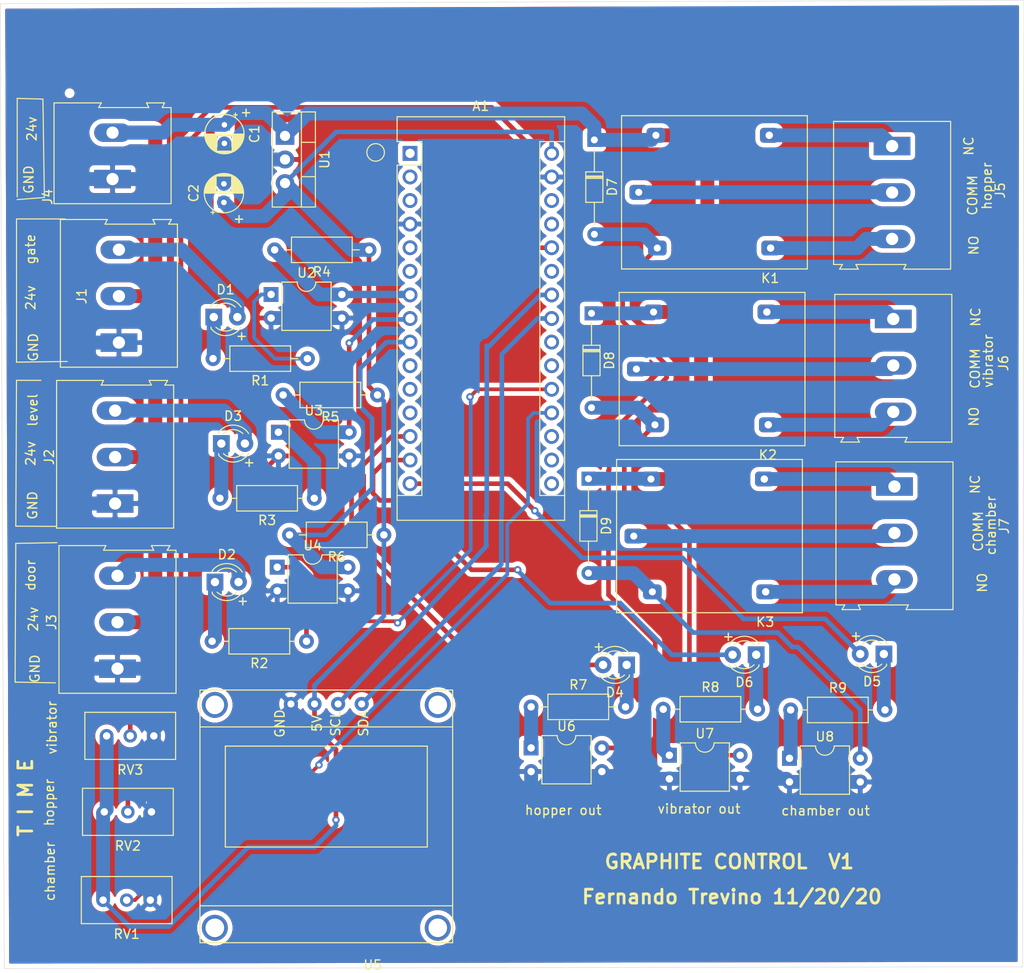
<source format=kicad_pcb>
(kicad_pcb (version 20171130) (host pcbnew "(5.1.6)-1")
  (layers (0 F.Cu signal) (31 B.Cu signal) (34 B.Paste user) (35 F.Paste user) (36 B.SilkS user) (37 F.SilkS user) (38 B.Mask user) (39 F.Mask user) (44 Edge.Cuts user))
  (net 0 "")
  (net 1 "Net-(A1-Pad1)")
  (net 2 "Net-(A1-Pad17)")
  (net 3 "Net-(A1-Pad2)")
  (net 4 "Net-(A1-Pad18)")
  (net 5 "Net-(A1-Pad3)")
  (net 6 Ao)
  (net 7 GND)
  (net 8 A1)
  (net 9 "Net-(A1-Pad5)")
  (net 10 "Net-(A1-Pad21)")
  (net 11 "Net-(A1-Pad6)")
  (net 12 "Net-(A1-Pad22)")
  (net 13 gate_hopper)
  (net 14 A4)
  (net 15 level_chamber)
  (net 16 A5)
  (net 17 safety_doors)
  (net 18 "Net-(A1-Pad25)")
  (net 19 "Net-(A1-Pad10)")
  (net 20 A7)
  (net 21 "Net-(A1-Pad11)")
  (net 22 "Net-(A1-Pad27)")
  (net 23 "Net-(A1-Pad12)")
  (net 24 "Net-(A1-Pad28)")
  (net 25 out_hopper)
  (net 26 out_vibrator)
  (net 27 +5vdc)
  (net 28 out_chamber)
  (net 29 "Net-(A1-Pad16)")
  (net 30 +24vdc)
  (net 31 "Net-(D1-Pad2)")
  (net 32 "Net-(D1-Pad1)")
  (net 33 "Net-(D2-Pad2)")
  (net 34 "Net-(D2-Pad1)")
  (net 35 "Net-(D3-Pad1)")
  (net 36 "Net-(D3-Pad2)")
  (net 37 "Net-(D4-Pad1)")
  (net 38 "Net-(D5-Pad1)")
  (net 39 "Net-(D6-Pad1)")
  (net 40 "Net-(D7-Pad2)")
  (net 41 "Net-(D8-Pad2)")
  (net 42 "Net-(D9-Pad2)")
  (net 43 "Net-(J5-Pad3)")
  (net 44 "Net-(J5-Pad2)")
  (net 45 "Net-(J5-Pad1)")
  (net 46 "Net-(J6-Pad3)")
  (net 47 "Net-(J6-Pad2)")
  (net 48 "Net-(J6-Pad1)")
  (net 49 "Net-(J7-Pad1)")
  (net 50 "Net-(J7-Pad2)")
  (net 51 "Net-(J7-Pad3)")
  (net 52 "Net-(R1-Pad1)")
  (net 53 "Net-(R2-Pad1)")
  (net 54 "Net-(R3-Pad1)")
  (net 55 "Net-(R7-Pad1)")
  (net 56 "Net-(R8-Pad1)")
  (net 57 "Net-(R9-Pad1)")
  (module conectores:TerminalBlock_Altech_AK300-2_P5.00mm (layer F.Cu) (at 43.434 41.8338 90)
    (fp_text reference J4 (at -1.92 -6.99 90) (layer F.SilkS))
    (fp_text value Screw_Terminal_01x02)
    (pad 2 thru_hole oval (at 5 0 90) (size 1.98 3.96) (drill 1.32) (layers *.Cu *.Mask) (net 30 +24vdc))
    (pad 1 thru_hole rect (at 0 0 90) (size 1.98 3.96) (drill 1.32) (layers *.Cu *.Mask) (net 7 GND))
  )
  (module ssd1306128x64:ssd1306128x64 (layer F.Cu) (at 66.4464 110.4392)
    (fp_text reference U5 (at 5 16) (layer F.SilkS))
    (fp_text value ssd1306128x64)
    (fp_text user SDA (at 4 -10 90) (layer F.SilkS))
    (fp_text user SCL (at 1 -10 90) (layer F.SilkS))
    (fp_text user 5V (at -1 -10 90) (layer F.SilkS))
    (fp_text user GND (at -5 -10 90) (layer F.SilkS))
    (pad "" thru_hole circle (at -12 12) (size 2.8 2.8) (drill 2) (layers *.Cu *.Mask))
    (pad "" thru_hole circle (at 12 12) (size 2.8 2.8) (drill 2) (layers *.Cu *.Mask))
    (pad "" thru_hole circle (at 12 -12) (size 2.8 2.8) (drill 2) (layers *.Cu *.Mask))
    (pad "" thru_hole circle (at -12 -12) (size 2.8 2.8) (drill 2) (layers *.Cu *.Mask))
    (pad 4 thru_hole circle (at 3.81 -12.1) (size 1.524 1.524) (drill 0.762) (layers *.Cu *.Mask) (net 14 A4))
    (pad 3 thru_hole circle (at 1.27 -12.1) (size 1.524 1.524) (drill 0.762) (layers *.Cu *.Mask) (net 16 A5))
    (pad 2 thru_hole circle (at -1.27 -12.1) (size 1.524 1.524) (drill 0.762) (layers *.Cu *.Mask) (net 27 +5vdc))
    (pad 1 thru_hole circle (at -3.81 -12.1) (size 1.524 1.524) (drill 0.762) (layers *.Cu *.Mask) (net 7 GND))
  )
  (module Module:Arduino_Nano (layer F.Cu) (at 75.4634 39.0652)
    (fp_text reference A1 (at 7.62 -5.08) (layer F.SilkS))
    (fp_text value Arduino_Nano_v3.x)
    (pad 16 thru_hole oval (at 15.24 35.56) (size 1.6 1.6) (drill 1) (layers *.Cu *.Mask) (net 29 "Net-(A1-Pad16)"))
    (pad 15 thru_hole oval (at 0 35.56) (size 1.6 1.6) (drill 1) (layers *.Cu *.Mask) (net 28 out_chamber))
    (pad 30 thru_hole oval (at 15.24 0) (size 1.6 1.6) (drill 1) (layers *.Cu *.Mask) (net 27 +5vdc))
    (pad 14 thru_hole oval (at 0 33.02) (size 1.6 1.6) (drill 1) (layers *.Cu *.Mask) (net 26 out_vibrator))
    (pad 29 thru_hole oval (at 15.24 2.54) (size 1.6 1.6) (drill 1) (layers *.Cu *.Mask) (net 7 GND))
    (pad 13 thru_hole oval (at 0 30.48) (size 1.6 1.6) (drill 1) (layers *.Cu *.Mask) (net 25 out_hopper))
    (pad 28 thru_hole oval (at 15.24 5.08) (size 1.6 1.6) (drill 1) (layers *.Cu *.Mask) (net 24 "Net-(A1-Pad28)"))
    (pad 12 thru_hole oval (at 0 27.94) (size 1.6 1.6) (drill 1) (layers *.Cu *.Mask) (net 23 "Net-(A1-Pad12)"))
    (pad 27 thru_hole oval (at 15.24 7.62) (size 1.6 1.6) (drill 1) (layers *.Cu *.Mask) (net 22 "Net-(A1-Pad27)"))
    (pad 11 thru_hole oval (at 0 25.4) (size 1.6 1.6) (drill 1) (layers *.Cu *.Mask) (net 21 "Net-(A1-Pad11)"))
    (pad 26 thru_hole oval (at 15.24 10.16) (size 1.6 1.6) (drill 1) (layers *.Cu *.Mask) (net 20 A7))
    (pad 10 thru_hole oval (at 0 22.86) (size 1.6 1.6) (drill 1) (layers *.Cu *.Mask) (net 19 "Net-(A1-Pad10)"))
    (pad 25 thru_hole oval (at 15.24 12.7) (size 1.6 1.6) (drill 1) (layers *.Cu *.Mask) (net 18 "Net-(A1-Pad25)"))
    (pad 9 thru_hole oval (at 0 20.32) (size 1.6 1.6) (drill 1) (layers *.Cu *.Mask) (net 17 safety_doors))
    (pad 24 thru_hole oval (at 15.24 15.24) (size 1.6 1.6) (drill 1) (layers *.Cu *.Mask) (net 16 A5))
    (pad 8 thru_hole oval (at 0 17.78) (size 1.6 1.6) (drill 1) (layers *.Cu *.Mask) (net 15 level_chamber))
    (pad 23 thru_hole oval (at 15.24 17.78) (size 1.6 1.6) (drill 1) (layers *.Cu *.Mask) (net 14 A4))
    (pad 7 thru_hole oval (at 0 15.24) (size 1.6 1.6) (drill 1) (layers *.Cu *.Mask) (net 13 gate_hopper))
    (pad 22 thru_hole oval (at 15.24 20.32) (size 1.6 1.6) (drill 1) (layers *.Cu *.Mask) (net 12 "Net-(A1-Pad22)"))
    (pad 6 thru_hole oval (at 0 12.7) (size 1.6 1.6) (drill 1) (layers *.Cu *.Mask) (net 11 "Net-(A1-Pad6)"))
    (pad 21 thru_hole oval (at 15.24 22.86) (size 1.6 1.6) (drill 1) (layers *.Cu *.Mask) (net 10 "Net-(A1-Pad21)"))
    (pad 5 thru_hole oval (at 0 10.16) (size 1.6 1.6) (drill 1) (layers *.Cu *.Mask) (net 9 "Net-(A1-Pad5)"))
    (pad 20 thru_hole oval (at 15.24 25.4) (size 1.6 1.6) (drill 1) (layers *.Cu *.Mask) (net 8 A1))
    (pad 4 thru_hole oval (at 0 7.62) (size 1.6 1.6) (drill 1) (layers *.Cu *.Mask) (net 7 GND))
    (pad 19 thru_hole oval (at 15.24 27.94) (size 1.6 1.6) (drill 1) (layers *.Cu *.Mask) (net 6 Ao))
    (pad 3 thru_hole oval (at 0 5.08) (size 1.6 1.6) (drill 1) (layers *.Cu *.Mask) (net 5 "Net-(A1-Pad3)"))
    (pad 18 thru_hole oval (at 15.24 30.48) (size 1.6 1.6) (drill 1) (layers *.Cu *.Mask) (net 4 "Net-(A1-Pad18)"))
    (pad 2 thru_hole oval (at 0 2.54) (size 1.6 1.6) (drill 1) (layers *.Cu *.Mask) (net 3 "Net-(A1-Pad2)"))
    (pad 17 thru_hole oval (at 15.24 33.02) (size 1.6 1.6) (drill 1) (layers *.Cu *.Mask) (net 2 "Net-(A1-Pad17)"))
    (pad 1 thru_hole rect (at 0 0) (size 1.6 1.6) (drill 1) (layers *.Cu *.Mask) (net 1 "Net-(A1-Pad1)"))
  )
  (module conectores:TerminalBlock_Altech_AK300-3_P5.00mm (layer F.Cu) (at 44.1198 59.436 90)
    (fp_text reference J1 (at 5 -4 90) (layer F.SilkS))
    (fp_text value Screw_Terminal_01x03)
    (pad 3 thru_hole oval (at 10 0 90) (size 1.98 3.96) (drill 1.32) (layers *.Cu *.Mask) (net 31 "Net-(D1-Pad2)"))
    (pad 2 thru_hole oval (at 5 0 90) (size 1.98 3.96) (drill 1.32) (layers *.Cu *.Mask) (net 30 +24vdc))
    (pad 1 thru_hole rect (at 0 0 90) (size 1.98 3.96) (drill 1.32) (layers *.Cu *.Mask) (net 7 GND))
  )
  (module conectores:TerminalBlock_Altech_AK300-3_P5.00mm (layer F.Cu) (at 127.3556 38.2778 270)
    (fp_text reference J5 (at 4.7752 -11.6332 90) (layer F.SilkS))
    (fp_text value Screw_Terminal_01x03)
    (pad 3 thru_hole oval (at 10 0 270) (size 1.98 3.96) (drill 1.32) (layers *.Cu *.Mask) (net 43 "Net-(J5-Pad3)"))
    (pad 2 thru_hole oval (at 5 0 270) (size 1.98 3.96) (drill 1.32) (layers *.Cu *.Mask) (net 44 "Net-(J5-Pad2)"))
    (pad 1 thru_hole rect (at 0 0 270) (size 1.98 3.96) (drill 1.32) (layers *.Cu *.Mask) (net 45 "Net-(J5-Pad1)"))
  )
  (module conectores:TerminalBlock_Altech_AK300-3_P5.00mm (layer F.Cu) (at 43.7134 76.7588 90)
    (fp_text reference J2 (at 5 -7.1 90) (layer F.SilkS))
    (fp_text value Screw_Terminal_01x03)
    (pad 3 thru_hole oval (at 10 0 90) (size 1.98 3.96) (drill 1.32) (layers *.Cu *.Mask) (net 36 "Net-(D3-Pad2)"))
    (pad 2 thru_hole oval (at 5 0 90) (size 1.98 3.96) (drill 1.32) (layers *.Cu *.Mask) (net 30 +24vdc))
    (pad 1 thru_hole rect (at 0 0 90) (size 1.98 3.96) (drill 1.32) (layers *.Cu *.Mask) (net 7 GND))
  )
  (module conectores:TerminalBlock_Altech_AK300-3_P5.00mm (layer F.Cu) (at 43.9674 94.5388 90)
    (fp_text reference J3 (at 5 -7.1 90) (layer F.SilkS))
    (fp_text value Screw_Terminal_01x03)
    (pad 3 thru_hole oval (at 10 0 90) (size 1.98 3.96) (drill 1.32) (layers *.Cu *.Mask) (net 33 "Net-(D2-Pad2)"))
    (pad 2 thru_hole oval (at 5 0 90) (size 1.98 3.96) (drill 1.32) (layers *.Cu *.Mask) (net 30 +24vdc))
    (pad 1 thru_hole rect (at 0 0 90) (size 1.98 3.96) (drill 1.32) (layers *.Cu *.Mask) (net 7 GND))
  )
  (module conectores:TerminalBlock_Altech_AK300-3_P5.00mm (layer F.Cu) (at 127.4826 56.896 270)
    (fp_text reference J6 (at 4.7498 -11.8618 90) (layer F.SilkS))
    (fp_text value Screw_Terminal_01x03)
    (pad 3 thru_hole oval (at 10 0 270) (size 1.98 3.96) (drill 1.32) (layers *.Cu *.Mask) (net 46 "Net-(J6-Pad3)"))
    (pad 2 thru_hole oval (at 5 0 270) (size 1.98 3.96) (drill 1.32) (layers *.Cu *.Mask) (net 47 "Net-(J6-Pad2)"))
    (pad 1 thru_hole rect (at 0 0 270) (size 1.98 3.96) (drill 1.32) (layers *.Cu *.Mask) (net 48 "Net-(J6-Pad1)"))
  )
  (module conectores:TerminalBlock_Altech_AK300-3_P5.00mm (layer F.Cu) (at 127.6096 74.93 270)
    (fp_text reference J7 (at 4.2672 -11.811 90) (layer F.SilkS))
    (fp_text value Screw_Terminal_01x03)
    (pad 3 thru_hole oval (at 10 0 270) (size 1.98 3.96) (drill 1.32) (layers *.Cu *.Mask) (net 51 "Net-(J7-Pad3)"))
    (pad 2 thru_hole oval (at 5 0 270) (size 1.98 3.96) (drill 1.32) (layers *.Cu *.Mask) (net 50 "Net-(J7-Pad2)"))
    (pad 1 thru_hole rect (at 0 0 270) (size 1.98 3.96) (drill 1.32) (layers *.Cu *.Mask) (net 49 "Net-(J7-Pad1)"))
  )
  (module miscelaneus:led (layer F.Cu) (at 54.3306 56.6928)
    (fp_text reference D1 (at 1.27 -2.96) (layer F.SilkS))
    (fp_text value LED)
    (fp_text user + (at 3 2) (layer F.SilkS))
    (pad 2 thru_hole circle (at 2.54 0) (size 1.8 1.8) (drill 0.9) (layers *.Cu *.Mask) (net 31 "Net-(D1-Pad2)"))
    (pad 1 thru_hole rect (at 0 0) (size 1.8 1.8) (drill 0.9) (layers *.Cu *.Mask) (net 32 "Net-(D1-Pad1)"))
  )
  (module miscelaneus:led (layer F.Cu) (at 54.4576 85.217)
    (fp_text reference D2 (at 1.27 -2.96) (layer F.SilkS))
    (fp_text value LED)
    (fp_text user + (at 3 2) (layer F.SilkS))
    (pad 2 thru_hole circle (at 2.54 0) (size 1.8 1.8) (drill 0.9) (layers *.Cu *.Mask) (net 33 "Net-(D2-Pad2)"))
    (pad 1 thru_hole rect (at 0 0) (size 1.8 1.8) (drill 0.9) (layers *.Cu *.Mask) (net 34 "Net-(D2-Pad1)"))
  )
  (module miscelaneus:led (layer F.Cu) (at 55.1434 70.3072)
    (fp_text reference D3 (at 1.27 -2.96) (layer F.SilkS))
    (fp_text value LED)
    (fp_text user + (at 3 2) (layer F.SilkS))
    (pad 2 thru_hole circle (at 2.54 0) (size 1.8 1.8) (drill 0.9) (layers *.Cu *.Mask) (net 36 "Net-(D3-Pad2)"))
    (pad 1 thru_hole rect (at 0 0) (size 1.8 1.8) (drill 0.9) (layers *.Cu *.Mask) (net 35 "Net-(D3-Pad1)"))
  )
  (module miscelaneus:led (layer F.Cu) (at 98.7806 94.1324 180)
    (fp_text reference D4 (at 1.27 -2.96) (layer F.SilkS))
    (fp_text value LED)
    (fp_text user + (at 3 2) (layer F.SilkS))
    (pad 2 thru_hole circle (at 2.54 0 180) (size 1.8 1.8) (drill 0.9) (layers *.Cu *.Mask) (net 25 out_hopper))
    (pad 1 thru_hole rect (at 0 0 180) (size 1.8 1.8) (drill 0.9) (layers *.Cu *.Mask) (net 37 "Net-(D4-Pad1)"))
  )
  (module miscelaneus:led (layer F.Cu) (at 126.4666 92.964 180)
    (fp_text reference D5 (at 1.27 -2.96) (layer F.SilkS))
    (fp_text value LED)
    (fp_text user + (at 3 2) (layer F.SilkS))
    (pad 2 thru_hole circle (at 2.54 0 180) (size 1.8 1.8) (drill 0.9) (layers *.Cu *.Mask) (net 28 out_chamber))
    (pad 1 thru_hole rect (at 0 0 180) (size 1.8 1.8) (drill 0.9) (layers *.Cu *.Mask) (net 38 "Net-(D5-Pad1)"))
  )
  (module miscelaneus:led (layer F.Cu) (at 112.7252 93.0402 180)
    (fp_text reference D6 (at 1.27 -2.96) (layer F.SilkS))
    (fp_text value LED)
    (fp_text user + (at 3 2) (layer F.SilkS))
    (pad 2 thru_hole circle (at 2.54 0 180) (size 1.8 1.8) (drill 0.9) (layers *.Cu *.Mask) (net 26 out_vibrator))
    (pad 1 thru_hole rect (at 0 0 180) (size 1.8 1.8) (drill 0.9) (layers *.Cu *.Mask) (net 39 "Net-(D6-Pad1)"))
  )
  (module srd24:srd24 (layer F.Cu) (at 108.2294 43.5102)
    (fp_text reference K1 (at 6 9) (layer F.SilkS))
    (fp_text value srd24)
    (pad 2 thru_hole roundrect (at -6.15 5.75) (size 2 1.6) (drill 0.762) (layers *.Cu *.Mask) (net 40 "Net-(D7-Pad2)"))
    (pad 5 thru_hole roundrect (at 6.05 5.75) (size 2 1.6) (drill 0.8) (layers *.Cu *.Mask) (net 43 "Net-(J5-Pad3)"))
    (pad 3 thru_hole roundrect (at 5.9 -6.39) (size 2 1.6) (drill 0.8) (layers *.Cu *.Mask) (net 45 "Net-(J5-Pad1)"))
    (pad 1 thru_hole roundrect (at -6.3 -6.39) (size 2 1.6) (drill 0.762) (layers *.Cu *.Mask) (net 30 +24vdc))
    (pad 4 thru_hole roundrect (at -8.15 -0.25) (size 2 1.6) (drill 0.762) (layers *.Cu *.Mask) (net 44 "Net-(J5-Pad2)"))
  )
  (module srd24:srd24 (layer F.Cu) (at 107.9754 62.5348)
    (fp_text reference K2 (at 6 9) (layer F.SilkS))
    (fp_text value srd24)
    (pad 2 thru_hole roundrect (at -6.15 5.75) (size 2 1.6) (drill 0.762) (layers *.Cu *.Mask) (net 41 "Net-(D8-Pad2)"))
    (pad 5 thru_hole roundrect (at 6.05 5.75) (size 2 1.6) (drill 0.8) (layers *.Cu *.Mask) (net 46 "Net-(J6-Pad3)"))
    (pad 3 thru_hole roundrect (at 5.9 -6.39) (size 2 1.6) (drill 0.8) (layers *.Cu *.Mask) (net 48 "Net-(J6-Pad1)"))
    (pad 1 thru_hole roundrect (at -6.3 -6.39) (size 2 1.6) (drill 0.762) (layers *.Cu *.Mask) (net 30 +24vdc))
    (pad 4 thru_hole roundrect (at -8.15 -0.25) (size 2 1.6) (drill 0.762) (layers *.Cu *.Mask) (net 47 "Net-(J6-Pad2)"))
  )
  (module srd24:srd24 (layer F.Cu) (at 107.696 80.518)
    (fp_text reference K3 (at 6 9) (layer F.SilkS))
    (fp_text value srd24)
    (pad 2 thru_hole roundrect (at -6.15 5.75) (size 2 1.6) (drill 0.762) (layers *.Cu *.Mask) (net 42 "Net-(D9-Pad2)"))
    (pad 5 thru_hole roundrect (at 6.05 5.75) (size 2 1.6) (drill 0.8) (layers *.Cu *.Mask) (net 51 "Net-(J7-Pad3)"))
    (pad 3 thru_hole roundrect (at 5.9 -6.39) (size 2 1.6) (drill 0.8) (layers *.Cu *.Mask) (net 49 "Net-(J7-Pad1)"))
    (pad 1 thru_hole roundrect (at -6.3 -6.39) (size 2 1.6) (drill 0.762) (layers *.Cu *.Mask) (net 30 +24vdc))
    (pad 4 thru_hole roundrect (at -8.15 -0.25) (size 2 1.6) (drill 0.762) (layers *.Cu *.Mask) (net 50 "Net-(J7-Pad2)"))
  )
  (module capacitores:capacitor (layer F.Cu) (at 55.4736 35.9918 270)
    (fp_text reference C1 (at 1 -3.25 90) (layer F.SilkS))
    (fp_text value CP)
    (pad 2 thru_hole circle (at 2 0 270) (size 1.2 1.2) (drill 0.6) (layers *.Cu *.Mask) (net 7 GND))
    (pad 1 thru_hole rect (at 0 0 270) (size 1.2 1.2) (drill 0.6) (layers *.Cu *.Mask) (net 30 +24vdc))
  )
  (module capacitores:capacitor (layer F.Cu) (at 55.4228 44.3484 90)
    (fp_text reference C2 (at 1 -3.25 90) (layer F.SilkS))
    (fp_text value CP)
    (pad 2 thru_hole circle (at 2 0 90) (size 1.2 1.2) (drill 0.6) (layers *.Cu *.Mask) (net 7 GND))
    (pad 1 thru_hole rect (at 0 0 90) (size 1.2 1.2) (drill 0.6) (layers *.Cu *.Mask) (net 27 +5vdc))
  )
  (module miscelaneus:diode (layer F.Cu) (at 95.3008 37.6174 270)
    (fp_text reference D7 (at 5.08 -1.92 90) (layer F.SilkS))
    (fp_text value D)
    (pad 2 thru_hole oval (at 10.16 0 270) (size 1.5 1.5) (drill 0.75) (layers *.Cu *.Mask) (net 40 "Net-(D7-Pad2)"))
    (pad 1 thru_hole rect (at 0 0 270) (size 1.5 1.5) (drill 0.75) (layers *.Cu *.Mask) (net 30 +24vdc))
  )
  (module miscelaneus:diode (layer F.Cu) (at 94.996 56.2864 270)
    (fp_text reference D8 (at 5.08 -1.92 90) (layer F.SilkS))
    (fp_text value D)
    (pad 2 thru_hole oval (at 10.16 0 270) (size 1.5 1.5) (drill 0.75) (layers *.Cu *.Mask) (net 41 "Net-(D8-Pad2)"))
    (pad 1 thru_hole rect (at 0 0 270) (size 1.5 1.5) (drill 0.75) (layers *.Cu *.Mask) (net 30 +24vdc))
  )
  (module miscelaneus:diode (layer F.Cu) (at 94.6658 74.0918 270)
    (fp_text reference D9 (at 5.08 -1.92 90) (layer F.SilkS))
    (fp_text value D)
    (pad 2 thru_hole oval (at 10.16 0 270) (size 1.5 1.5) (drill 0.75) (layers *.Cu *.Mask) (net 42 "Net-(D9-Pad2)"))
    (pad 1 thru_hole rect (at 0 0 270) (size 1.5 1.5) (drill 0.75) (layers *.Cu *.Mask) (net 30 +24vdc))
  )
  (module miscelaneus:resistor (layer F.Cu) (at 64.4144 61.1632 180)
    (fp_text reference R1 (at 5.08 -2.37) (layer F.SilkS))
    (fp_text value 10k)
    (pad 2 thru_hole oval (at 10.16 0 180) (size 1.6 1.6) (drill 0.8) (layers *.Cu *.Mask) (net 32 "Net-(D1-Pad1)"))
    (pad 1 thru_hole circle (at 0 0 180) (size 1.6 1.6) (drill 0.8) (layers *.Cu *.Mask) (net 52 "Net-(R1-Pad1)"))
  )
  (module miscelaneus:resistor (layer F.Cu) (at 64.3128 91.5924 180)
    (fp_text reference R2 (at 5.08 -2.37) (layer F.SilkS))
    (fp_text value 10k)
    (pad 2 thru_hole oval (at 10.16 0 180) (size 1.6 1.6) (drill 0.8) (layers *.Cu *.Mask) (net 34 "Net-(D2-Pad1)"))
    (pad 1 thru_hole circle (at 0 0 180) (size 1.6 1.6) (drill 0.8) (layers *.Cu *.Mask) (net 53 "Net-(R2-Pad1)"))
  )
  (module miscelaneus:resistor (layer F.Cu) (at 65.151 76.2 180)
    (fp_text reference R3 (at 5.08 -2.37) (layer F.SilkS))
    (fp_text value 10k)
    (pad 2 thru_hole oval (at 10.16 0 180) (size 1.6 1.6) (drill 0.8) (layers *.Cu *.Mask) (net 35 "Net-(D3-Pad1)"))
    (pad 1 thru_hole circle (at 0 0 180) (size 1.6 1.6) (drill 0.8) (layers *.Cu *.Mask) (net 54 "Net-(R3-Pad1)"))
  )
  (module miscelaneus:resistor (layer F.Cu) (at 71.0438 49.4538 180)
    (fp_text reference R4 (at 5.08 -2.37) (layer F.SilkS))
    (fp_text value 1k)
    (pad 2 thru_hole oval (at 10.16 0 180) (size 1.6 1.6) (drill 0.8) (layers *.Cu *.Mask) (net 13 gate_hopper))
    (pad 1 thru_hole circle (at 0 0 180) (size 1.6 1.6) (drill 0.8) (layers *.Cu *.Mask) (net 27 +5vdc))
  )
  (module miscelaneus:resistor (layer F.Cu) (at 71.9582 65.0748 180)
    (fp_text reference R5 (at 5.08 -2.37) (layer F.SilkS))
    (fp_text value 1k)
    (pad 2 thru_hole oval (at 10.16 0 180) (size 1.6 1.6) (drill 0.8) (layers *.Cu *.Mask) (net 15 level_chamber))
    (pad 1 thru_hole circle (at 0 0 180) (size 1.6 1.6) (drill 0.8) (layers *.Cu *.Mask) (net 27 +5vdc))
  )
  (module miscelaneus:resistor (layer F.Cu) (at 72.644 80.137 180)
    (fp_text reference R6 (at 5.08 -2.37) (layer F.SilkS))
    (fp_text value 1k)
    (pad 2 thru_hole oval (at 10.16 0 180) (size 1.6 1.6) (drill 0.8) (layers *.Cu *.Mask) (net 17 safety_doors))
    (pad 1 thru_hole circle (at 0 0 180) (size 1.6 1.6) (drill 0.8) (layers *.Cu *.Mask) (net 27 +5vdc))
  )
  (module miscelaneus:resistor (layer F.Cu) (at 88.4936 98.6536)
    (fp_text reference R7 (at 5.08 -2.37) (layer F.SilkS))
    (fp_text value 10k)
    (pad 2 thru_hole oval (at 10.16 0) (size 1.6 1.6) (drill 0.8) (layers *.Cu *.Mask) (net 37 "Net-(D4-Pad1)"))
    (pad 1 thru_hole circle (at 0 0) (size 1.6 1.6) (drill 0.8) (layers *.Cu *.Mask) (net 55 "Net-(R7-Pad1)"))
  )
  (module miscelaneus:resistor (layer F.Cu) (at 102.7176 98.9076)
    (fp_text reference R8 (at 5.08 -2.37) (layer F.SilkS))
    (fp_text value 10k)
    (pad 2 thru_hole oval (at 10.16 0) (size 1.6 1.6) (drill 0.8) (layers *.Cu *.Mask) (net 39 "Net-(D6-Pad1)"))
    (pad 1 thru_hole circle (at 0 0) (size 1.6 1.6) (drill 0.8) (layers *.Cu *.Mask) (net 56 "Net-(R8-Pad1)"))
  )
  (module miscelaneus:resistor (layer F.Cu) (at 116.4336 98.9838)
    (fp_text reference R9 (at 5.08 -2.37) (layer F.SilkS))
    (fp_text value 10k)
    (pad 2 thru_hole oval (at 10.16 0) (size 1.6 1.6) (drill 0.8) (layers *.Cu *.Mask) (net 38 "Net-(D5-Pad1)"))
    (pad 1 thru_hole circle (at 0 0) (size 1.6 1.6) (drill 0.8) (layers *.Cu *.Mask) (net 57 "Net-(R9-Pad1)"))
  )
  (module miscelaneus:potensiometro (layer F.Cu) (at 42.418 119.4562 180)
    (fp_text reference RV1 (at -2.54 -3.66) (layer F.SilkS))
    (fp_text value 1k)
    (pad 3 thru_hole circle (at -5.08 0 180) (size 1.44 1.44) (drill 0.8) (layers *.Cu *.Mask) (net 7 GND))
    (pad 2 thru_hole circle (at -2.54 0 180) (size 1.44 1.44) (drill 0.8) (layers *.Cu *.Mask) (net 6 Ao))
    (pad 1 thru_hole circle (at 0 0 180) (size 1.44 1.44) (drill 0.8) (layers *.Cu *.Mask) (net 27 +5vdc))
  )
  (module miscelaneus:potensiometro (layer F.Cu) (at 42.545 109.9566 180)
    (fp_text reference RV2 (at -2.54 -3.66) (layer F.SilkS))
    (fp_text value 1k)
    (pad 3 thru_hole circle (at -5.08 0 180) (size 1.44 1.44) (drill 0.8) (layers *.Cu *.Mask) (net 7 GND))
    (pad 2 thru_hole circle (at -2.54 0 180) (size 1.44 1.44) (drill 0.8) (layers *.Cu *.Mask) (net 8 A1))
    (pad 1 thru_hole circle (at 0 0 180) (size 1.44 1.44) (drill 0.8) (layers *.Cu *.Mask) (net 27 +5vdc))
  )
  (module miscelaneus:potensiometro (layer F.Cu) (at 42.799 101.7778 180)
    (fp_text reference RV3 (at -2.54 -3.66) (layer F.SilkS))
    (fp_text value 1k)
    (pad 3 thru_hole circle (at -5.08 0 180) (size 1.44 1.44) (drill 0.8) (layers *.Cu *.Mask) (net 7 GND))
    (pad 2 thru_hole circle (at -2.54 0 180) (size 1.44 1.44) (drill 0.8) (layers *.Cu *.Mask) (net 20 A7))
    (pad 1 thru_hole circle (at 0 0 180) (size 1.44 1.44) (drill 0.8) (layers *.Cu *.Mask) (net 27 +5vdc))
  )
  (module reguladores:7805 (layer F.Cu) (at 62.0014 37.1856 270)
    (fp_text reference U1 (at 2.54 -4.27 90) (layer F.SilkS))
    (fp_text value L7805)
    (pad 3 thru_hole oval (at 5.08 0 270) (size 1.905 2) (drill 1.1) (layers *.Cu *.Mask) (net 27 +5vdc))
    (pad 2 thru_hole oval (at 2.54 0 270) (size 1.905 2) (drill 1.1) (layers *.Cu *.Mask) (net 7 GND))
    (pad 1 thru_hole rect (at 0 0 270) (size 1.905 2) (drill 1.1) (layers *.Cu *.Mask) (net 30 +24vdc))
  )
  (module Package_DIP:DIP-4_W7.62mm (layer F.Cu) (at 60.5028 54.2544)
    (fp_text reference U2 (at 3.81 -2.33) (layer F.SilkS))
    (fp_text value EL817)
    (pad 4 thru_hole oval (at 7.62 0) (size 1.6 1.6) (drill 0.8) (layers *.Cu *.Mask) (net 13 gate_hopper))
    (pad 2 thru_hole oval (at 0 2.54) (size 1.6 1.6) (drill 0.8) (layers *.Cu *.Mask) (net 7 GND))
    (pad 3 thru_hole oval (at 7.62 2.54) (size 1.6 1.6) (drill 0.8) (layers *.Cu *.Mask) (net 7 GND))
    (pad 1 thru_hole rect (at 0 0) (size 1.6 1.6) (drill 0.8) (layers *.Cu *.Mask) (net 52 "Net-(R1-Pad1)"))
  )
  (module Package_DIP:DIP-4_W7.62mm (layer F.Cu) (at 61.2902 69.088)
    (fp_text reference U3 (at 3.81 -2.33) (layer F.SilkS))
    (fp_text value EL817)
    (pad 4 thru_hole oval (at 7.62 0) (size 1.6 1.6) (drill 0.8) (layers *.Cu *.Mask) (net 15 level_chamber))
    (pad 2 thru_hole oval (at 0 2.54) (size 1.6 1.6) (drill 0.8) (layers *.Cu *.Mask) (net 7 GND))
    (pad 3 thru_hole oval (at 7.62 2.54) (size 1.6 1.6) (drill 0.8) (layers *.Cu *.Mask) (net 7 GND))
    (pad 1 thru_hole rect (at 0 0) (size 1.6 1.6) (drill 0.8) (layers *.Cu *.Mask) (net 54 "Net-(R3-Pad1)"))
  )
  (module Package_DIP:DIP-4_W7.62mm (layer F.Cu) (at 61.1632 83.6168)
    (fp_text reference U4 (at 3.81 -2.33) (layer F.SilkS))
    (fp_text value EL817)
    (pad 4 thru_hole oval (at 7.62 0) (size 1.6 1.6) (drill 0.8) (layers *.Cu *.Mask) (net 17 safety_doors))
    (pad 2 thru_hole oval (at 0 2.54) (size 1.6 1.6) (drill 0.8) (layers *.Cu *.Mask) (net 7 GND))
    (pad 3 thru_hole oval (at 7.62 2.54) (size 1.6 1.6) (drill 0.8) (layers *.Cu *.Mask) (net 7 GND))
    (pad 1 thru_hole rect (at 0 0) (size 1.6 1.6) (drill 0.8) (layers *.Cu *.Mask) (net 53 "Net-(R2-Pad1)"))
  )
  (module Package_DIP:DIP-4_W7.62mm (layer F.Cu) (at 88.4936 103.0732)
    (fp_text reference U6 (at 3.81 -2.33) (layer F.SilkS))
    (fp_text value EL817)
    (pad 4 thru_hole oval (at 7.62 0) (size 1.6 1.6) (drill 0.8) (layers *.Cu *.Mask) (net 40 "Net-(D7-Pad2)"))
    (pad 2 thru_hole oval (at 0 2.54) (size 1.6 1.6) (drill 0.8) (layers *.Cu *.Mask) (net 7 GND))
    (pad 3 thru_hole oval (at 7.62 2.54) (size 1.6 1.6) (drill 0.8) (layers *.Cu *.Mask) (net 7 GND))
    (pad 1 thru_hole rect (at 0 0) (size 1.6 1.6) (drill 0.8) (layers *.Cu *.Mask) (net 55 "Net-(R7-Pad1)"))
  )
  (module Package_DIP:DIP-4_W7.62mm (layer F.Cu) (at 103.378 103.8606)
    (fp_text reference U7 (at 3.81 -2.33) (layer F.SilkS))
    (fp_text value EL817)
    (pad 4 thru_hole oval (at 7.62 0) (size 1.6 1.6) (drill 0.8) (layers *.Cu *.Mask) (net 41 "Net-(D8-Pad2)"))
    (pad 2 thru_hole oval (at 0 2.54) (size 1.6 1.6) (drill 0.8) (layers *.Cu *.Mask) (net 7 GND))
    (pad 3 thru_hole oval (at 7.62 2.54) (size 1.6 1.6) (drill 0.8) (layers *.Cu *.Mask) (net 7 GND))
    (pad 1 thru_hole rect (at 0 0) (size 1.6 1.6) (drill 0.8) (layers *.Cu *.Mask) (net 56 "Net-(R8-Pad1)"))
  )
  (module Package_DIP:DIP-4_W7.62mm (layer F.Cu) (at 116.3066 104.1908)
    (fp_text reference U8 (at 3.81 -2.33) (layer F.SilkS))
    (fp_text value EL817)
    (pad 4 thru_hole oval (at 7.62 0) (size 1.6 1.6) (drill 0.8) (layers *.Cu *.Mask) (net 42 "Net-(D9-Pad2)"))
    (pad 2 thru_hole oval (at 0 2.54) (size 1.6 1.6) (drill 0.8) (layers *.Cu *.Mask) (net 7 GND))
    (pad 3 thru_hole oval (at 7.62 2.54) (size 1.6 1.6) (drill 0.8) (layers *.Cu *.Mask) (net 7 GND))
    (pad 1 thru_hole rect (at 0 0) (size 1.6 1.6) (drill 0.8) (layers *.Cu *.Mask) (net 57 "Net-(R9-Pad1)"))
  )
  (gr_text "chamber out" (at 120.1928 109.8296) (layer F.SilkS) (effects (font (size 1 1))))
  (gr_text "vibrator out" (at 106.5784 109.6264) (layer F.SilkS) (effects (font (size 1 1))))
  (gr_text "hopper out" (at 91.948 109.7788) (layer F.SilkS) (effects (font (size 1 1))))
  (gr_text "Fernando Trevino 11/20/20" (at 110.109 119.1006) (layer F.SilkS) (effects (font (size 1.5 1.5) (thickness 0.3))))
  (gr_text "GRAPHITE CONTROL  V1" (at 109.8296 115.316) (layer F.SilkS) (effects (font (size 1.5 1.5) (thickness 0.3))))
  (gr_text "T I M E" (at 34.0614 108.4072 90) (layer F.SilkS) (effects (font (size 1.5 1.5) (thickness 0.3))))
  (gr_line (start 36.0934 43.815) (end 33.1724 44.0436) (layer F.SilkS) (width 0.12))
  (gr_line (start 35.941 33.2232) (end 36.0934 43.815) (layer F.SilkS) (width 0.12))
  (gr_line (start 33.1724 33.147) (end 35.941 33.2232) (layer F.SilkS) (width 0.12))
  (gr_line (start 33.1724 43.7388) (end 33.1724 33.147) (layer F.SilkS) (width 0.12))
  (gr_line (start 32.9438 95.9866) (end 37.2872 96.0628) (layer F.SilkS) (width 0.12))
  (gr_line (start 33.02 81.0514) (end 32.9438 95.9866) (layer F.SilkS) (width 0.12))
  (gr_line (start 37.4396 80.9752) (end 33.02 81.0514) (layer F.SilkS) (width 0.12))
  (gr_line (start 33.02 79.1972) (end 37.3634 79.2226) (layer F.SilkS) (width 0.12))
  (gr_line (start 33.0962 63.5) (end 33.02 79.1972) (layer F.SilkS) (width 0.12))
  (gr_line (start 35.7124 63.5) (end 33.0962 63.5) (layer F.SilkS) (width 0.12))
  (gr_line (start 33.0962 61.5442) (end 38.5572 61.468) (layer F.SilkS) (width 0.12))
  (gr_line (start 33.0962 46.1264) (end 33.0962 61.5442) (layer F.SilkS) (width 0.12))
  (gr_line (start 38.3286 46.1264) (end 33.0962 46.1264) (layer F.SilkS) (width 0.12))
  (gr_text gate (at 34.5948 49.3776 90) (layer F.SilkS) (effects (font (size 1 1))))
  (gr_text level (at 34.8488 66.7004 90) (layer F.SilkS) (effects (font (size 1 1))))
  (gr_text door (at 34.6202 84.4804 90) (layer F.SilkS) (effects (font (size 1 1))))
  (gr_text 24v (at 34.8996 89.2048 90) (layer F.SilkS) (effects (font (size 1 1))))
  (gr_text 24v (at 34.6202 71.374 90) (layer F.SilkS) (effects (font (size 1 1))))
  (gr_text 24v (at 34.6202 54.61 90) (layer F.SilkS) (effects (font (size 1 1))))
  (gr_text GND (at 35.0774 94.5388 90) (layer F.SilkS) (effects (font (size 1 1))))
  (gr_text GND (at 34.8234 76.962 90) (layer F.SilkS) (effects (font (size 1 1))))
  (gr_text GND (at 34.8996 59.944 90) (layer F.SilkS) (effects (font (size 1 1))))
  (gr_text GND (at 34.417 41.8846 90) (layer F.SilkS) (effects (font (size 1 1))))
  (gr_text 24v (at 34.7472 36.4236 90) (layer F.SilkS) (effects (font (size 1 1))))
  (gr_text chamber (at 36.703 116.3574 90) (layer F.SilkS) (effects (font (size 1 1))))
  (gr_text hopper (at 36.6268 108.9406 90) (layer F.SilkS) (effects (font (size 1 1))))
  (gr_text vibrator (at 36.9062 100.8888 90) (layer F.SilkS) (effects (font (size 1 1))))
  (gr_text + (at 57.8104 34.6202) (layer F.SilkS) (effects (font (size 1 1))))
  (gr_text + (at 57.0484 46.0756) (layer F.SilkS) (effects (font (size 1 1))))
  (gr_circle (center 71.755 38.9636) (end 70.993 38.4048) (layer F.SilkS) (width 0.12))
  (gr_text NO (at 137.0584 85.2932 90) (layer F.SilkS) (effects (font (size 1 1))))
  (gr_text COMM (at 136.6266 79.756 90) (layer F.SilkS) (effects (font (size 1 1))))
  (gr_text NC (at 136.2964 74.7014 90) (layer F.SilkS) (effects (font (size 1 1))))
  (gr_text COMM (at 136.2964 62.23 90) (layer F.SilkS) (effects (font (size 1 1))))
  (gr_text NO (at 136.1694 67.4116 90) (layer F.SilkS) (effects (font (size 1 1))))
  (gr_text NC (at 136.3472 56.6928 90) (layer F.SilkS) (effects (font (size 1 1))))
  (gr_text NO (at 136.144 48.9712 90) (layer F.SilkS) (effects (font (size 1 1))))
  (gr_text COMM (at 136.017 43.5864 90) (layer F.SilkS) (effects (font (size 1 1))))
  (gr_text NC (at 135.6106 38.2778 90) (layer F.SilkS) (effects (font (size 1 1))))
  (gr_text chamber (at 137.9982 79.121 90) (layer F.SilkS) (effects (font (size 1 1))))
  (gr_text vibrator (at 137.6934 61.4172 90) (layer F.SilkS) (effects (font (size 1 1))))
  (gr_text hopper (at 137.5664 42.5704 90) (layer F.SilkS) (effects (font (size 1 1))))
  (gr_line (start 38.8112 32.5882) (end 38.8112 32.5882) (layer Edge.Cuts) (width 0.05))
  (gr_line (start 141.4018 126.6444) (end 133.0706 126.6444) (layer Edge.Cuts) (width 0.05))
  (gr_line (start 141.5542 22.5806) (end 141.4018 126.6444) (layer Edge.Cuts) (width 0.05))
  (gr_line (start 31.3436 22.9616) (end 31.7754 126.8222) (layer Edge.Cuts) (width 0.05))
  (gr_line (start 141.5542 22.5806) (end 31.3436 22.9616) (layer Edge.Cuts) (width 0.05))
  (gr_line (start 133.0706 126.6444) (end 31.7754 126.8222) (layer Edge.Cuts) (width 0.05))
  (via (at 65.659 104.902) (size 0.8) (drill 0.4) (layers F.Cu B.Cu) (net 6))
  (segment (start 65.659 104.902) (end 58.3184 112.2426) (width 0.4) (layer F.Cu) (net 6))
  (segment (start 45.840398 119.4562) (end 44.958 119.4562) (width 0.4) (layer F.Cu) (net 6))
  (segment (start 53.053998 112.2426) (end 45.840398 119.4562) (width 0.4) (layer F.Cu) (net 6))
  (segment (start 58.3184 112.2426) (end 53.053998 112.2426) (width 0.4) (layer F.Cu) (net 6))
  (segment (start 85.9282 79.0194) (end 85.9282 84.387162) (width 0.4) (layer B.Cu) (net 6))
  (segment (start 88.773 67.0052) (end 88.1634 67.6148) (width 0.4) (layer B.Cu) (net 6))
  (segment (start 88.1634 67.6148) (end 88.1634 76.7842) (width 0.4) (layer B.Cu) (net 6))
  (segment (start 88.1634 76.7842) (end 85.9282 79.0194) (width 0.4) (layer B.Cu) (net 6))
  (segment (start 65.7352 104.8258) (end 65.659 104.902) (width 0.4) (layer B.Cu) (net 6))
  (segment (start 90.7034 67.0052) (end 88.773 67.0052) (width 0.4) (layer B.Cu) (net 6))
  (segment (start 85.9282 84.387162) (end 65.7352 104.580162) (width 0.4) (layer B.Cu) (net 6))
  (segment (start 65.7352 104.580162) (end 65.7352 104.8258) (width 0.4) (layer B.Cu) (net 6))
  (segment (start 123.9266 106.7308) (end 116.3066 106.7308) (width 1.5) (layer B.Cu) (net 7))
  (segment (start 115.9764 106.4006) (end 116.3066 106.7308) (width 1.5) (layer B.Cu) (net 7))
  (segment (start 110.998 106.4006) (end 115.9764 106.4006) (width 1.5) (layer B.Cu) (net 7))
  (segment (start 103.378 106.4006) (end 110.998 106.4006) (width 1.5) (layer B.Cu) (net 7))
  (segment (start 96.1136 105.6132) (end 98.044 107.5436) (width 1.5) (layer B.Cu) (net 7))
  (segment (start 99.187 106.4006) (end 103.378 106.4006) (width 1.5) (layer B.Cu) (net 7))
  (segment (start 98.044 107.5436) (end 99.187 106.4006) (width 1.5) (layer B.Cu) (net 7))
  (segment (start 88.4936 105.6132) (end 88.4936 107.823) (width 1.5) (layer B.Cu) (net 7))
  (segment (start 88.4936 107.823) (end 89.0016 108.331) (width 1.5) (layer B.Cu) (net 7))
  (segment (start 93.3958 108.331) (end 96.1136 105.6132) (width 1.5) (layer B.Cu) (net 7))
  (segment (start 89.0016 108.331) (end 93.3958 108.331) (width 1.5) (layer B.Cu) (net 7))
  (segment (start 62.6364 98.3392) (end 62.6364 106.5784) (width 1.5) (layer B.Cu) (net 7))
  (segment (start 64.389 108.331) (end 89.0016 108.331) (width 1.5) (layer B.Cu) (net 7))
  (segment (start 62.6364 106.5784) (end 64.389 108.331) (width 1.5) (layer B.Cu) (net 7))
  (segment (start 47.879 109.7026) (end 47.625 109.9566) (width 1.5) (layer B.Cu) (net 7))
  (segment (start 47.879 101.7778) (end 47.879 109.7026) (width 1.5) (layer B.Cu) (net 7))
  (segment (start 47.498 110.0836) (end 47.625 109.9566) (width 1.5) (layer B.Cu) (net 7))
  (segment (start 47.498 119.4562) (end 47.498 110.0836) (width 1.5) (layer B.Cu) (net 7))
  (segment (start 62.7634 109.9566) (end 64.389 108.331) (width 1.5) (layer B.Cu) (net 7))
  (segment (start 47.625 109.9566) (end 62.7634 109.9566) (width 1.5) (layer B.Cu) (net 7))
  (segment (start 43.9674 94.5388) (end 48.2346 94.5388) (width 1.5) (layer B.Cu) (net 7))
  (segment (start 47.879 94.8944) (end 47.879 101.7778) (width 1.5) (layer B.Cu) (net 7))
  (segment (start 48.2346 94.5388) (end 47.879 94.8944) (width 1.5) (layer B.Cu) (net 7))
  (segment (start 43.7134 76.7588) (end 39.751 76.7588) (width 1.5) (layer B.Cu) (net 7))
  (segment (start 39.751 76.7588) (end 39.3954 77.1144) (width 1.5) (layer B.Cu) (net 7))
  (segment (start 39.3954 77.1144) (end 39.3954 93.4212) (width 1.5) (layer B.Cu) (net 7))
  (segment (start 40.513 94.5388) (end 43.9674 94.5388) (width 1.5) (layer B.Cu) (net 7))
  (segment (start 39.3954 93.4212) (end 40.513 94.5388) (width 1.5) (layer B.Cu) (net 7))
  (segment (start 44.1198 59.436) (end 39.1414 59.436) (width 1.5) (layer B.Cu) (net 7))
  (segment (start 39.3954 59.69) (end 39.3954 77.1144) (width 1.5) (layer B.Cu) (net 7))
  (segment (start 39.1414 59.436) (end 39.3954 59.69) (width 1.5) (layer B.Cu) (net 7))
  (segment (start 43.434 41.8338) (end 39.497 41.8338) (width 1.5) (layer B.Cu) (net 7))
  (segment (start 39.1414 42.1894) (end 39.1414 59.436) (width 1.5) (layer B.Cu) (net 7))
  (segment (start 39.497 41.8338) (end 39.1414 42.1894) (width 1.5) (layer B.Cu) (net 7))
  (segment (start 55.4736 42.2976) (end 55.4228 42.3484) (width 1.5) (layer B.Cu) (net 7))
  (segment (start 55.0098 41.8338) (end 55.4736 42.2976) (width 1.5) (layer B.Cu) (net 7))
  (segment (start 43.434 41.8338) (end 55.0098 41.8338) (width 1.5) (layer B.Cu) (net 7))
  (segment (start 56.2356 39.7256) (end 55.4736 38.9636) (width 1.5) (layer B.Cu) (net 7))
  (segment (start 62.0014 39.7256) (end 56.2356 39.7256) (width 1.5) (layer B.Cu) (net 7))
  (segment (start 55.4736 37.9918) (end 55.4736 38.9636) (width 1.5) (layer B.Cu) (net 7))
  (segment (start 55.4736 38.9636) (end 55.4736 42.2976) (width 1.5) (layer B.Cu) (net 7))
  (segment (start 68.1228 56.7944) (end 60.5028 56.7944) (width 1.5) (layer B.Cu) (net 7))
  (segment (start 68.7832 86.1568) (end 61.1632 86.1568) (width 1.5) (layer B.Cu) (net 7))
  (segment (start 90.7034 41.6052) (end 85.1154 41.6052) (width 0.5) (layer B.Cu) (net 7))
  (segment (start 80.0354 46.6852) (end 75.4634 46.6852) (width 0.5) (layer B.Cu) (net 7))
  (segment (start 85.1154 41.6052) (end 80.0354 46.6852) (width 0.5) (layer B.Cu) (net 7))
  (segment (start 68.1228 56.7944) (end 64.8462 56.7944) (width 0.5) (layer F.Cu) (net 7))
  (segment (start 64.8462 56.7944) (end 64.3128 56.261) (width 0.5) (layer F.Cu) (net 7))
  (segment (start 64.3128 56.261) (end 64.3128 52.5526) (width 0.5) (layer F.Cu) (net 7))
  (segment (start 70.1802 46.6852) (end 75.4634 46.6852) (width 0.5) (layer F.Cu) (net 7))
  (segment (start 64.3128 52.5526) (end 70.1802 46.6852) (width 0.5) (layer F.Cu) (net 7))
  (segment (start 62.0014 39.7256) (end 69.0118 39.7256) (width 0.5) (layer F.Cu) (net 7))
  (segment (start 70.1802 40.894) (end 70.1802 46.6852) (width 0.5) (layer F.Cu) (net 7))
  (segment (start 69.0118 39.7256) (end 70.1802 40.894) (width 0.5) (layer F.Cu) (net 7))
  (segment (start 62.6364 98.3392) (end 58.9026 94.6054) (width 0.5) (layer B.Cu) (net 7))
  (segment (start 58.9026 88.4174) (end 61.1632 86.1568) (width 0.5) (layer B.Cu) (net 7))
  (segment (start 58.9026 94.6054) (end 58.9026 88.4174) (width 0.5) (layer B.Cu) (net 7))
  (segment (start 68.9102 71.628) (end 61.2902 71.628) (width 0.5) (layer F.Cu) (net 7))
  (segment (start 61.1632 86.1568) (end 59.9948 86.1568) (width 0.5) (layer F.Cu) (net 7))
  (segment (start 59.9948 86.1568) (end 59.4106 85.5726) (width 0.5) (layer F.Cu) (net 7))
  (segment (start 59.4106 73.5076) (end 61.2902 71.628) (width 0.5) (layer F.Cu) (net 7))
  (segment (start 59.4106 85.5726) (end 59.4106 73.5076) (width 0.5) (layer F.Cu) (net 7))
  (segment (start 45.085 109.9566) (end 45.085 105.7148) (width 0.5) (layer F.Cu) (net 8))
  (segment (start 45.673602 105.7148) (end 47.324602 104.0638) (width 0.5) (layer F.Cu) (net 8))
  (segment (start 45.085 105.7148) (end 45.673602 105.7148) (width 0.5) (layer F.Cu) (net 8))
  (segment (start 47.324602 104.0638) (end 53.2384 104.0638) (width 0.5) (layer F.Cu) (net 8))
  (segment (start 53.2384 104.0638) (end 63.0682 94.234) (width 0.5) (layer F.Cu) (net 8))
  (segment (start 63.0682 94.234) (end 64.6176 94.234) (width 0.4) (layer F.Cu) (net 8))
  (segment (start 64.6176 94.234) (end 69.4182 89.4334) (width 0.4) (layer F.Cu) (net 8))
  (via (at 74.1172 89.6112) (size 0.8) (drill 0.4) (layers F.Cu B.Cu) (net 8))
  (segment (start 69.4182 89.4334) (end 73.9394 89.4334) (width 0.4) (layer F.Cu) (net 8))
  (segment (start 73.9394 89.4334) (end 74.1172 89.6112) (width 0.4) (layer F.Cu) (net 8))
  (segment (start 74.1172 89.6112) (end 81.9912 81.7372) (width 0.4) (layer B.Cu) (net 8))
  (via (at 81.915 65.278) (size 0.8) (drill 0.4) (layers F.Cu B.Cu) (net 8))
  (segment (start 81.9912 81.7372) (end 81.9912 65.3542) (width 0.4) (layer B.Cu) (net 8))
  (segment (start 81.9912 65.3542) (end 81.915 65.278) (width 0.4) (layer B.Cu) (net 8))
  (segment (start 82.7278 64.4652) (end 90.7034 64.4652) (width 0.4) (layer F.Cu) (net 8))
  (segment (start 81.915 65.278) (end 82.7278 64.4652) (width 0.4) (layer F.Cu) (net 8))
  (segment (start 65.6844 54.2544) (end 60.8838 49.4538) (width 1.5) (layer B.Cu) (net 13))
  (segment (start 68.1228 54.2544) (end 65.6844 54.2544) (width 1.5) (layer B.Cu) (net 13))
  (segment (start 75.4126 54.2544) (end 75.4634 54.3052) (width 0.8) (layer B.Cu) (net 13))
  (segment (start 68.1228 54.2544) (end 75.4126 54.2544) (width 0.8) (layer B.Cu) (net 13))
  (segment (start 85.344 77.236546) (end 85.344 60.7568) (width 0.5) (layer B.Cu) (net 14))
  (segment (start 85.278189 83.317411) (end 85.278189 78.750157) (width 0.5) (layer B.Cu) (net 14))
  (segment (start 70.2564 98.3392) (end 85.278189 83.317411) (width 0.5) (layer B.Cu) (net 14))
  (segment (start 89.1794 56.8452) (end 90.7034 56.8452) (width 0.5) (layer B.Cu) (net 14))
  (segment (start 85.331199 60.693401) (end 89.1794 56.8452) (width 0.5) (layer B.Cu) (net 14))
  (segment (start 85.3694 77.211146) (end 85.344 77.236546) (width 0.25) (layer B.Cu) (net 14))
  (segment (start 85.2678 78.867) (end 85.344 77.1144) (width 0.5) (layer B.Cu) (net 14))
  (segment (start 65.8114 69.088) (end 61.7982 65.0748) (width 1.5) (layer B.Cu) (net 15))
  (segment (start 68.9102 69.088) (end 65.8114 69.088) (width 1.5) (layer B.Cu) (net 15))
  (segment (start 68.9102 69.088) (end 68.9102 59.4868) (width 0.5) (layer F.Cu) (net 15))
  (via (at 68.9102 59.4868) (size 0.8) (drill 0.4) (layers F.Cu B.Cu) (net 15))
  (segment (start 68.9102 59.4868) (end 71.4502 56.9468) (width 0.5) (layer B.Cu) (net 15))
  (segment (start 75.3618 56.9468) (end 75.4634 56.8452) (width 0.5) (layer B.Cu) (net 15))
  (segment (start 71.4502 56.9468) (end 75.3618 56.9468) (width 0.5) (layer B.Cu) (net 15))
  (segment (start 83.601211 78.069789) (end 83.722433 77.948567) (width 0.5) (layer B.Cu) (net 16))
  (segment (start 83.7184 77.8002) (end 83.7184 59.770419) (width 0.5) (layer B.Cu) (net 16))
  (segment (start 89.4842 54.3052) (end 90.7034 54.3052) (width 0.5) (layer B.Cu) (net 16))
  (segment (start 83.8962 59.8932) (end 89.4842 54.3052) (width 0.5) (layer B.Cu) (net 16))
  (segment (start 83.5406 81.1276) (end 83.7184 81.3054) (width 0.25) (layer B.Cu) (net 16))
  (segment (start 83.5406 81.0514) (end 83.5406 81.1276) (width 0.25) (layer B.Cu) (net 16))
  (segment (start 83.6422 81.2546) (end 83.6676 77.9526) (width 0.5) (layer B.Cu) (net 16))
  (segment (start 67.7164 98.3392) (end 83.7184 81.3054) (width 0.5) (layer B.Cu) (net 16))
  (segment (start 65.9638 83.6168) (end 62.484 80.137) (width 1.5) (layer B.Cu) (net 17))
  (segment (start 68.7832 83.6168) (end 65.9638 83.6168) (width 1.5) (layer B.Cu) (net 17))
  (segment (start 62.484 80.137) (end 66.3702 80.137) (width 0.5) (layer B.Cu) (net 17))
  (segment (start 66.3702 80.137) (end 71.374 75.1332) (width 0.5) (layer B.Cu) (net 17))
  (segment (start 71.374 75.1332) (end 71.374 67.6148) (width 0.5) (layer B.Cu) (net 17))
  (segment (start 71.374 67.6148) (end 70.104 66.3448) (width 0.5) (layer B.Cu) (net 17))
  (segment (start 70.104 66.3448) (end 70.104 62.2046) (width 0.5) (layer B.Cu) (net 17))
  (segment (start 72.9234 59.3852) (end 75.4634 59.3852) (width 0.5) (layer B.Cu) (net 17))
  (segment (start 70.104 62.2046) (end 72.9234 59.3852) (width 0.5) (layer B.Cu) (net 17))
  (segment (start 89.1286 49.2252) (end 90.7034 49.2252) (width 0.5) (layer F.Cu) (net 20))
  (segment (start 88.0364 48.133) (end 89.1286 49.2252) (width 0.5) (layer F.Cu) (net 20))
  (segment (start 88.0364 37.8968) (end 88.0364 48.133) (width 0.5) (layer F.Cu) (net 20))
  (segment (start 84.2518 34.1122) (end 88.0364 37.8968) (width 0.5) (layer F.Cu) (net 20))
  (segment (start 54.0512 34.1122) (end 84.2518 34.1122) (width 0.5) (layer F.Cu) (net 20))
  (segment (start 52.7558 35.4076) (end 54.0512 34.1122) (width 0.5) (layer F.Cu) (net 20))
  (segment (start 45.339 98.6536) (end 50.8 93.1926) (width 0.5) (layer F.Cu) (net 20))
  (segment (start 52.7558 36.699598) (end 52.7558 35.4076) (width 0.5) (layer F.Cu) (net 20))
  (segment (start 50.8 38.655398) (end 52.7558 36.699598) (width 0.5) (layer F.Cu) (net 20))
  (segment (start 45.339 101.7778) (end 45.339 98.6536) (width 0.5) (layer F.Cu) (net 20))
  (segment (start 50.8 93.1926) (end 50.8 38.655398) (width 0.5) (layer F.Cu) (net 20))
  (segment (start 96.2406 94.1324) (end 82.931 94.1324) (width 0.5) (layer F.Cu) (net 25))
  (segment (start 82.931 94.1324) (end 69.1642 80.3656) (width 0.5) (layer F.Cu) (net 25))
  (segment (start 69.1642 80.3656) (end 69.1642 73.8632) (width 0.5) (layer F.Cu) (net 25))
  (segment (start 73.4822 69.5452) (end 75.4634 69.5452) (width 0.5) (layer F.Cu) (net 25))
  (segment (start 69.1642 73.8632) (end 73.4822 69.5452) (width 0.5) (layer F.Cu) (net 25))
  (segment (start 110.1852 93.0402) (end 103.6574 93.0402) (width 0.5) (layer B.Cu) (net 26))
  (segment (start 103.6574 93.0402) (end 98.0948 87.4776) (width 0.5) (layer B.Cu) (net 26))
  (segment (start 98.0948 87.4776) (end 90.551 87.4776) (width 0.5) (layer B.Cu) (net 26))
  (via (at 87.0458 83.8962) (size 0.8) (drill 0.4) (layers F.Cu B.Cu) (net 26))
  (segment (start 90.551 87.4776) (end 87.0458 83.9724) (width 0.5) (layer B.Cu) (net 26))
  (segment (start 87.0458 83.9724) (end 87.0458 83.8962) (width 0.5) (layer B.Cu) (net 26))
  (segment (start 87.0458 83.8962) (end 82.0928 83.8962) (width 0.5) (layer F.Cu) (net 26))
  (segment (start 82.0928 83.8962) (end 74.6252 76.4286) (width 0.5) (layer F.Cu) (net 26))
  (segment (start 74.6252 76.4286) (end 72.2376 76.4286) (width 0.5) (layer F.Cu) (net 26))
  (segment (start 72.2376 76.4286) (end 71.4756 75.6666) (width 0.5) (layer F.Cu) (net 26))
  (segment (start 71.4756 75.6666) (end 71.4756 73.533) (width 0.5) (layer F.Cu) (net 26))
  (segment (start 72.9234 72.0852) (end 75.4634 72.0852) (width 0.5) (layer F.Cu) (net 26))
  (segment (start 71.4756 73.533) (end 72.9234 72.0852) (width 0.5) (layer F.Cu) (net 26))
  (segment (start 42.799 109.7026) (end 42.545 109.9566) (width 1.5) (layer B.Cu) (net 27))
  (segment (start 42.799 101.7778) (end 42.799 109.7026) (width 1.5) (layer B.Cu) (net 27))
  (segment (start 42.418 110.0836) (end 42.545 109.9566) (width 1.5) (layer B.Cu) (net 27))
  (segment (start 42.418 119.4562) (end 42.418 110.0836) (width 1.5) (layer B.Cu) (net 27))
  (segment (start 62.0014 42.2656) (end 62.0014 43.5864) (width 1.5) (layer B.Cu) (net 27))
  (segment (start 62.0014 43.5864) (end 59.7662 45.8216) (width 1.5) (layer B.Cu) (net 27))
  (segment (start 56.896 45.8216) (end 55.4228 44.3484) (width 1.5) (layer B.Cu) (net 27))
  (segment (start 59.7662 45.8216) (end 56.896 45.8216) (width 1.5) (layer B.Cu) (net 27))
  (segment (start 69.1896 49.4538) (end 62.0014 42.2656) (width 1.5) (layer B.Cu) (net 27))
  (segment (start 71.0438 49.4538) (end 69.1896 49.4538) (width 1.5) (layer B.Cu) (net 27))
  (segment (start 67.5132 36.7538) (end 62.0014 42.2656) (width 0.5) (layer B.Cu) (net 27))
  (segment (start 90.7034 39.0652) (end 90.7034 36.7538) (width 0.5) (layer B.Cu) (net 27))
  (segment (start 90.7034 36.7538) (end 67.5132 36.7538) (width 0.5) (layer B.Cu) (net 27))
  (segment (start 71.0438 64.1604) (end 71.9582 65.0748) (width 0.5) (layer F.Cu) (net 27))
  (segment (start 71.0438 49.4538) (end 71.0438 64.1604) (width 0.5) (layer F.Cu) (net 27))
  (segment (start 65.1764 98.3392) (end 65.1764 96.3422) (width 0.5) (layer B.Cu) (net 27))
  (segment (start 72.644 88.8746) (end 72.644 80.137) (width 0.5) (layer B.Cu) (net 27))
  (segment (start 65.1764 96.3422) (end 72.644 88.8746) (width 0.5) (layer B.Cu) (net 27))
  (segment (start 42.418 119.4562) (end 45.2628 122.301) (width 0.5) (layer B.Cu) (net 27))
  (segment (start 45.2628 122.301) (end 49.4792 122.301) (width 0.5) (layer B.Cu) (net 27))
  (segment (start 49.4792 122.301) (end 58.039 113.7412) (width 0.5) (layer B.Cu) (net 27))
  (segment (start 58.039 113.7412) (end 65.2018 113.7412) (width 0.5) (layer B.Cu) (net 27))
  (via (at 67.4878 110.8202) (size 0.8) (drill 0.4) (layers F.Cu B.Cu) (net 27))
  (segment (start 65.2018 113.7412) (end 67.4878 111.4552) (width 0.5) (layer B.Cu) (net 27))
  (segment (start 67.4878 111.4552) (end 67.4878 110.8202) (width 0.5) (layer B.Cu) (net 27))
  (segment (start 67.4878 110.8202) (end 67.4878 103.251) (width 0.5) (layer F.Cu) (net 27))
  (segment (start 65.1764 100.9396) (end 65.1764 98.3392) (width 0.5) (layer F.Cu) (net 27))
  (segment (start 67.4878 103.251) (end 65.1764 100.9396) (width 0.5) (layer F.Cu) (net 27))
  (segment (start 72.644 65.7606) (end 72.644 80.137) (width 0.5) (layer B.Cu) (net 27))
  (segment (start 71.9582 65.0748) (end 72.644 65.7606) (width 0.5) (layer B.Cu) (net 27))
  (segment (start 104.775 82.6008) (end 93.9539 82.6008) (width 0.5) (layer B.Cu) (net 28))
  (segment (start 120.142 89.1794) (end 111.3536 89.1794) (width 0.5) (layer B.Cu) (net 28))
  (segment (start 85.9783 74.6252) (end 88.894322 77.541222) (width 0.5) (layer F.Cu) (net 28))
  (segment (start 75.4634 74.6252) (end 85.9783 74.6252) (width 0.5) (layer F.Cu) (net 28))
  (segment (start 93.9539 82.6008) (end 88.894322 77.541222) (width 0.5) (layer B.Cu) (net 28))
  (via (at 88.894322 77.541222) (size 0.8) (drill 0.4) (layers F.Cu B.Cu) (net 28))
  (segment (start 111.3536 89.1794) (end 104.775 82.6008) (width 0.5) (layer B.Cu) (net 28))
  (segment (start 123.9266 92.964) (end 120.142 89.1794) (width 0.5) (layer B.Cu) (net 28))
  (segment (start 101.5338 56.2864) (end 101.6754 56.1448) (width 1.5) (layer B.Cu) (net 30))
  (segment (start 94.996 56.2864) (end 101.5338 56.2864) (width 1.5) (layer B.Cu) (net 30))
  (segment (start 101.3598 74.0918) (end 101.396 74.128) (width 1.5) (layer B.Cu) (net 30))
  (segment (start 94.6658 74.0918) (end 101.3598 74.0918) (width 1.5) (layer B.Cu) (net 30))
  (segment (start 101.4322 37.6174) (end 101.9294 37.1202) (width 1.5) (layer B.Cu) (net 30))
  (segment (start 95.3008 37.6174) (end 101.4322 37.6174) (width 1.5) (layer B.Cu) (net 30))
  (segment (start 43.434 36.8338) (end 48.9166 36.8338) (width 1.5) (layer B.Cu) (net 30))
  (segment (start 49.7586 35.9918) (end 55.4736 35.9918) (width 1.5) (layer B.Cu) (net 30))
  (segment (start 48.9166 36.8338) (end 49.7586 35.9918) (width 1.5) (layer B.Cu) (net 30))
  (segment (start 62.0014 37.1856) (end 62.0014 36.7284) (width 1.5) (layer B.Cu) (net 30))
  (segment (start 62.0014 36.7284) (end 59.9948 34.7218) (width 1.5) (layer B.Cu) (net 30))
  (segment (start 56.7436 34.7218) (end 55.4736 35.9918) (width 1.5) (layer B.Cu) (net 30))
  (segment (start 59.9948 34.7218) (end 56.7436 34.7218) (width 1.5) (layer B.Cu) (net 30))
  (segment (start 43.434 36.8338) (end 47.7812 36.8338) (width 1.5) (layer F.Cu) (net 30))
  (segment (start 47.7812 36.8338) (end 48.0314 37.084) (width 1.5) (layer F.Cu) (net 30))
  (segment (start 48.0314 37.084) (end 48.0314 53.8988) (width 1.5) (layer F.Cu) (net 30))
  (segment (start 47.4942 54.436) (end 44.1198 54.436) (width 1.5) (layer F.Cu) (net 30))
  (segment (start 48.0314 53.8988) (end 47.4942 54.436) (width 1.5) (layer F.Cu) (net 30))
  (segment (start 43.7134 71.7588) (end 47.6974 71.7588) (width 1.5) (layer F.Cu) (net 30))
  (segment (start 48.0314 71.4248) (end 48.0314 53.8988) (width 1.5) (layer F.Cu) (net 30))
  (segment (start 47.6974 71.7588) (end 48.0314 71.4248) (width 1.5) (layer F.Cu) (net 30))
  (segment (start 43.9674 89.5388) (end 47.9006 89.5388) (width 1.5) (layer F.Cu) (net 30))
  (segment (start 48.0314 89.408) (end 48.0314 71.4248) (width 1.5) (layer F.Cu) (net 30))
  (segment (start 47.9006 89.5388) (end 48.0314 89.408) (width 1.5) (layer F.Cu) (net 30))
  (segment (start 95.3008 37.6174) (end 95.3008 36.6522) (width 0.5) (layer B.Cu) (net 30))
  (segment (start 95.3008 37.6174) (end 95.3008 36.1188) (width 1.5) (layer B.Cu) (net 30))
  (segment (start 95.3008 36.1188) (end 93.9546 34.7726) (width 1.5) (layer B.Cu) (net 30))
  (segment (start 64.4144 34.7726) (end 62.0014 37.1856) (width 1.5) (layer B.Cu) (net 30))
  (segment (start 93.9546 34.7726) (end 64.4144 34.7726) (width 1.5) (layer B.Cu) (net 30))
  (segment (start 107.4674 37.9438) (end 107.4674 55.4736) (width 1.5) (layer F.Cu) (net 30))
  (segment (start 106.7962 56.1448) (end 101.6754 56.1448) (width 1.5) (layer F.Cu) (net 30))
  (segment (start 107.4674 55.4736) (end 106.7962 56.1448) (width 1.5) (layer F.Cu) (net 30))
  (segment (start 106.7962 56.1448) (end 106.7962 74.3058) (width 1.5) (layer F.Cu) (net 30))
  (segment (start 106.6184 74.128) (end 101.396 74.128) (width 1.5) (layer F.Cu) (net 30))
  (segment (start 106.7962 74.3058) (end 106.6184 74.128) (width 1.5) (layer F.Cu) (net 30))
  (segment (start 106.6438 37.1202) (end 107.4674 37.9438) (width 1.5) (layer F.Cu) (net 30))
  (segment (start 101.9294 37.1202) (end 106.6438 37.1202) (width 1.5) (layer F.Cu) (net 30))
  (segment (start 56.8706 55.420008) (end 50.886592 49.436) (width 1.5) (layer B.Cu) (net 31))
  (segment (start 50.886592 49.436) (end 44.1198 49.436) (width 1.5) (layer B.Cu) (net 31))
  (segment (start 56.8706 56.6928) (end 56.8706 55.420008) (width 1.5) (layer B.Cu) (net 31))
  (segment (start 54.3306 61.087) (end 54.2544 61.1632) (width 1.5) (layer B.Cu) (net 32))
  (segment (start 54.3306 56.6928) (end 54.3306 61.087) (width 1.5) (layer B.Cu) (net 32))
  (segment (start 56.420391 83.366999) (end 45.139201 83.366999) (width 1.5) (layer B.Cu) (net 33))
  (segment (start 45.139201 83.366999) (end 43.9674 84.5388) (width 1.5) (layer B.Cu) (net 33))
  (segment (start 56.9976 83.944208) (end 56.420391 83.366999) (width 1.5) (layer B.Cu) (net 33))
  (segment (start 56.9976 85.217) (end 56.9976 83.944208) (width 1.5) (layer B.Cu) (net 33))
  (segment (start 54.4576 91.2876) (end 54.1528 91.5924) (width 1.5) (layer B.Cu) (net 34))
  (segment (start 54.4576 85.217) (end 54.4576 91.2876) (width 1.5) (layer B.Cu) (net 34))
  (segment (start 55.1434 76.0476) (end 54.991 76.2) (width 1.5) (layer B.Cu) (net 35))
  (segment (start 55.1434 70.3072) (end 55.1434 76.0476) (width 1.5) (layer B.Cu) (net 35))
  (segment (start 55.407792 66.7588) (end 43.7134 66.7588) (width 1.5) (layer B.Cu) (net 36))
  (segment (start 57.6834 69.034408) (end 55.407792 66.7588) (width 1.5) (layer B.Cu) (net 36))
  (segment (start 57.6834 70.3072) (end 57.6834 69.034408) (width 1.5) (layer B.Cu) (net 36))
  (segment (start 98.7806 98.5266) (end 98.6536 98.6536) (width 1.5) (layer B.Cu) (net 37))
  (segment (start 98.7806 94.1324) (end 98.7806 98.5266) (width 1.5) (layer B.Cu) (net 37))
  (segment (start 126.4666 98.8568) (end 126.5936 98.9838) (width 1.5) (layer B.Cu) (net 38))
  (segment (start 126.4666 92.964) (end 126.4666 98.8568) (width 1.5) (layer B.Cu) (net 38))
  (segment (start 112.7252 98.7552) (end 112.8776 98.9076) (width 1.5) (layer B.Cu) (net 39))
  (segment (start 112.7252 93.0402) (end 112.7252 98.7552) (width 1.5) (layer B.Cu) (net 39))
  (segment (start 100.5966 47.7774) (end 102.0794 49.2602) (width 1.5) (layer B.Cu) (net 40))
  (segment (start 95.3008 47.7774) (end 100.5966 47.7774) (width 1.5) (layer B.Cu) (net 40))
  (segment (start 96.1136 103.0732) (end 99.3648 103.0732) (width 0.5) (layer F.Cu) (net 40))
  (segment (start 99.3648 103.0732) (end 100.838 101.6) (width 0.5) (layer F.Cu) (net 40))
  (segment (start 100.838 101.6) (end 100.838 96.52) (width 0.5) (layer F.Cu) (net 40))
  (segment (start 100.838 96.52) (end 101.854 95.504) (width 0.5) (layer F.Cu) (net 40))
  (segment (start 101.854 95.504) (end 101.854 91.6178) (width 0.5) (layer F.Cu) (net 40))
  (segment (start 101.854 91.6178) (end 96.8248 86.5886) (width 0.5) (layer F.Cu) (net 40))
  (segment (start 96.8248 86.5886) (end 96.8248 73.2282) (width 0.5) (layer F.Cu) (net 40))
  (segment (start 96.8248 73.2282) (end 96.901 73.152) (width 0.5) (layer F.Cu) (net 40))
  (segment (start 96.901 73.152) (end 96.901 69.3928) (width 0.5) (layer F.Cu) (net 40))
  (segment (start 96.901 69.3928) (end 103.0732 63.2206) (width 0.5) (layer F.Cu) (net 40))
  (segment (start 103.0732 63.2206) (end 103.0732 61.8744) (width 0.5) (layer F.Cu) (net 40))
  (segment (start 103.0732 61.8744) (end 98.3488 57.15) (width 0.5) (layer F.Cu) (net 40))
  (segment (start 98.3488 52.9908) (end 102.0794 49.2602) (width 0.5) (layer F.Cu) (net 40))
  (segment (start 98.3488 57.15) (end 98.3488 52.9908) (width 0.5) (layer F.Cu) (net 40))
  (segment (start 99.987 66.4464) (end 101.8254 68.2848) (width 1.5) (layer B.Cu) (net 41))
  (segment (start 94.996 66.4464) (end 99.987 66.4464) (width 1.5) (layer B.Cu) (net 41))
  (segment (start 105.537 101.346) (end 105.537 80.3656) (width 0.5) (layer F.Cu) (net 41))
  (segment (start 105.537 80.3656) (end 101.7778 76.6064) (width 0.5) (layer F.Cu) (net 41))
  (segment (start 98.5266 76.6064) (end 98.5266 71.5836) (width 0.5) (layer F.Cu) (net 41))
  (segment (start 101.7778 76.6064) (end 98.5266 76.6064) (width 0.5) (layer F.Cu) (net 41))
  (segment (start 98.5266 71.5836) (end 101.8254 68.2848) (width 0.5) (layer F.Cu) (net 41))
  (segment (start 108.0516 103.8606) (end 105.537 101.346) (width 0.5) (layer F.Cu) (net 41))
  (segment (start 110.998 103.8606) (end 108.0516 103.8606) (width 0.5) (layer F.Cu) (net 41))
  (segment (start 99.5298 84.2518) (end 101.546 86.268) (width 1.5) (layer B.Cu) (net 42))
  (segment (start 94.6658 84.2518) (end 99.5298 84.2518) (width 1.5) (layer B.Cu) (net 42))
  (segment (start 123.9266 104.1908) (end 123.9266 98.933) (width 0.5) (layer B.Cu) (net 42))
  (segment (start 123.9266 98.933) (end 117.1956 92.202) (width 0.5) (layer B.Cu) (net 42))
  (segment (start 117.1956 92.202) (end 116.6114 92.202) (width 0.5) (layer B.Cu) (net 42))
  (segment (start 116.6114 92.202) (end 115.062 90.6526) (width 0.5) (layer B.Cu) (net 42))
  (segment (start 105.9306 90.6526) (end 101.546 86.268) (width 0.5) (layer B.Cu) (net 42))
  (segment (start 115.062 90.6526) (end 105.9306 90.6526) (width 0.5) (layer B.Cu) (net 42))
  (segment (start 114.2794 49.2602) (end 123.5868 49.2602) (width 1.5) (layer B.Cu) (net 43))
  (segment (start 124.5692 48.2778) (end 127.3556 48.2778) (width 1.5) (layer B.Cu) (net 43))
  (segment (start 123.5868 49.2602) (end 124.5692 48.2778) (width 1.5) (layer B.Cu) (net 43))
  (segment (start 127.338 43.2602) (end 127.3556 43.2778) (width 1.5) (layer B.Cu) (net 44))
  (segment (start 100.0794 43.2602) (end 127.338 43.2602) (width 1.5) (layer B.Cu) (net 44))
  (segment (start 126.198 37.1202) (end 127.3556 38.2778) (width 1.5) (layer B.Cu) (net 45))
  (segment (start 114.1294 37.1202) (end 126.198 37.1202) (width 1.5) (layer B.Cu) (net 45))
  (segment (start 126.0938 68.2848) (end 127.4826 66.896) (width 1.5) (layer B.Cu) (net 46))
  (segment (start 114.0254 68.2848) (end 126.0938 68.2848) (width 1.5) (layer B.Cu) (net 46))
  (segment (start 127.0938 62.2848) (end 127.4826 61.896) (width 1.5) (layer B.Cu) (net 47))
  (segment (start 99.8254 62.2848) (end 127.0938 62.2848) (width 1.5) (layer B.Cu) (net 47))
  (segment (start 126.7314 56.1448) (end 127.4826 56.896) (width 1.5) (layer B.Cu) (net 48))
  (segment (start 113.8754 56.1448) (end 126.7314 56.1448) (width 1.5) (layer B.Cu) (net 48))
  (segment (start 126.8076 74.128) (end 127.6096 74.93) (width 1.5) (layer B.Cu) (net 49))
  (segment (start 113.596 74.128) (end 126.8076 74.128) (width 1.5) (layer B.Cu) (net 49))
  (segment (start 127.2716 80.268) (end 127.6096 79.93) (width 1.5) (layer B.Cu) (net 50))
  (segment (start 99.546 80.268) (end 127.2716 80.268) (width 1.5) (layer B.Cu) (net 50))
  (segment (start 126.2716 86.268) (end 127.6096 84.93) (width 1.5) (layer B.Cu) (net 51))
  (segment (start 113.746 86.268) (end 126.2716 86.268) (width 1.5) (layer B.Cu) (net 51))
  (segment (start 64.4144 61.1632) (end 60.9092 61.1632) (width 0.4) (layer B.Cu) (net 52))
  (segment (start 60.9092 61.1632) (end 58.674 58.928) (width 0.4) (layer B.Cu) (net 52))
  (segment (start 58.674 58.928) (end 58.674 55.0164) (width 0.4) (layer B.Cu) (net 52))
  (segment (start 59.436 54.2544) (end 60.5028 54.2544) (width 0.4) (layer B.Cu) (net 52))
  (segment (start 58.674 55.0164) (end 59.436 54.2544) (width 0.4) (layer B.Cu) (net 52))
  (segment (start 60.5028 54.2544) (end 60.5028 54.102) (width 0.4) (layer B.Cu) (net 52))
  (segment (start 61.1632 83.6168) (end 63.373 83.6168) (width 0.5) (layer F.Cu) (net 53))
  (segment (start 64.3128 84.5566) (end 64.3128 91.5924) (width 0.5) (layer F.Cu) (net 53))
  (segment (start 63.373 83.6168) (end 64.3128 84.5566) (width 0.5) (layer F.Cu) (net 53))
  (segment (start 65.151 76.2) (end 65.151 72.2122) (width 1.5) (layer B.Cu) (net 54))
  (segment (start 62.0268 69.088) (end 61.2902 69.088) (width 1.5) (layer B.Cu) (net 54))
  (segment (start 65.151 72.2122) (end 62.0268 69.088) (width 1.5) (layer B.Cu) (net 54))
  (segment (start 88.4936 98.6536) (end 88.4936 103.0732) (width 1.5) (layer B.Cu) (net 55))
  (segment (start 102.7176 103.2002) (end 103.378 103.8606) (width 1.5) (layer B.Cu) (net 56))
  (segment (start 102.7176 98.9076) (end 102.7176 103.2002) (width 1.5) (layer B.Cu) (net 56))
  (segment (start 116.4336 104.0638) (end 116.3066 104.1908) (width 1.5) (layer B.Cu) (net 57))
  (segment (start 116.4336 98.9838) (end 116.4336 104.0638) (width 1.5) (layer B.Cu) (net 57))
  (zone (net 7) (net_name GND) (layer B.Cu) (connect_pads (clearance 0.508)) (min_thickness 0.254) (fill yes (arc_segments 32) (thermal_gap 0.508) (thermal_bridge_width 0.508))
    (polygon (pts (xy 141.4272 126.8476) (xy 32.1056 126.8222) (xy 31.777645 23.440838) (xy 141.4272 22.7838)))
    (polygon (pts (xy 31.777645 23.440838) (xy 31.7754 23.440852) (xy 31.7754 23.7236) (xy 31.2166 23.4442) (xy 31.7754 23.440852) (xy 31.7754 22.733)))
  )
  (zone (net 7) (net_name GND) (layer F.Cu) (connect_pads (clearance 0.508)) (min_thickness 0.254) (fill yes (arc_segments 32) (thermal_gap 0.508) (thermal_bridge_width 0.508))
    (polygon (pts (xy 31.7246 23.064039) (xy 141.3764 23.3934) (xy 141.3764 126.873) (xy 31.7246 127.2032) (xy 31.7246 23.064039) (xy 31.4452 23.0632) (xy 31.7246 22.8092)))
  )
)
</source>
